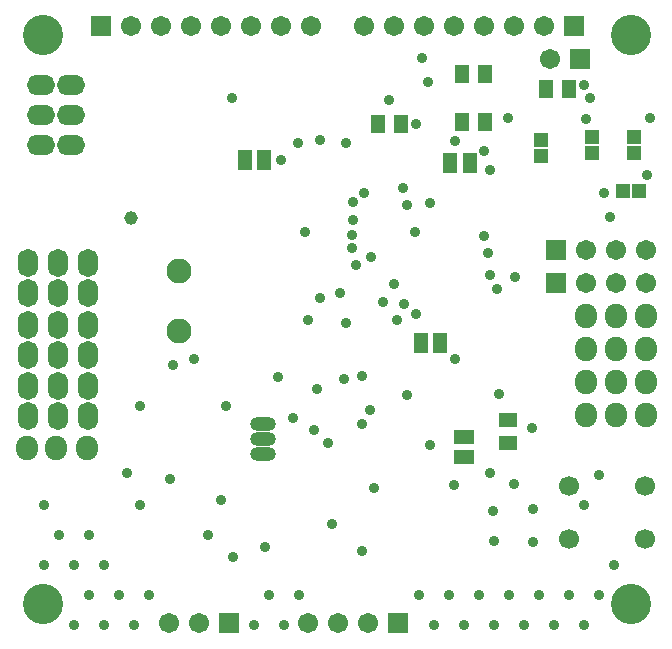
<source format=gbs>
G04 Layer_Color=16711935*
%FSTAX24Y24*%
%MOIN*%
G70*
G01*
G75*
%ADD67R,0.0474X0.0513*%
%ADD73R,0.0454X0.0631*%
%ADD75R,0.0513X0.0698*%
%ADD76R,0.0698X0.0513*%
%ADD79R,0.0631X0.0454*%
%ADD88R,0.0671X0.0671*%
%ADD89C,0.0671*%
%ADD90O,0.0680X0.0940*%
%ADD91O,0.0730X0.0830*%
%ADD92C,0.0667*%
%ADD93C,0.0830*%
%ADD94C,0.1340*%
%ADD95O,0.0940X0.0680*%
%ADD96O,0.0867X0.0474*%
%ADD97O,0.0867X0.0474*%
%ADD98C,0.0360*%
%ADD99C,0.0460*%
%ADD100R,0.0513X0.0474*%
D67*
X0486Y035738D02*
D03*
Y03625D02*
D03*
X0503Y035838D02*
D03*
Y03635D02*
D03*
X0517Y035838D02*
D03*
Y03635D02*
D03*
D73*
X043924Y0368D02*
D03*
X043176D02*
D03*
X046724Y03685D02*
D03*
X045976D02*
D03*
Y03845D02*
D03*
X046724D02*
D03*
X049524Y03795D02*
D03*
X048776D02*
D03*
D75*
X04525Y0295D02*
D03*
X044612D02*
D03*
X046219Y0355D02*
D03*
X045581D02*
D03*
X039369Y0356D02*
D03*
X038731D02*
D03*
D76*
X04605Y025712D02*
D03*
Y02635D02*
D03*
D79*
X0475Y026176D02*
D03*
Y026924D02*
D03*
D88*
X0382Y02015D02*
D03*
X0499Y03895D02*
D03*
X0497Y04005D02*
D03*
X0491Y0326D02*
D03*
Y0315D02*
D03*
X04385Y02015D02*
D03*
X03395Y04005D02*
D03*
D89*
X0372Y02015D02*
D03*
X0362D02*
D03*
X0489Y03895D02*
D03*
X0427Y04005D02*
D03*
X0437D02*
D03*
X0447D02*
D03*
X0457D02*
D03*
X0467D02*
D03*
X0477D02*
D03*
X0487D02*
D03*
X0501Y0326D02*
D03*
X0511D02*
D03*
X0521D02*
D03*
X0501Y0315D02*
D03*
X0511D02*
D03*
X0521D02*
D03*
X04285Y02015D02*
D03*
X04185D02*
D03*
X04085D02*
D03*
X03495Y04005D02*
D03*
X03595D02*
D03*
X03695D02*
D03*
X03795D02*
D03*
X03895D02*
D03*
X03995D02*
D03*
X04095D02*
D03*
D90*
X033488Y02805D02*
D03*
X032488D02*
D03*
X031498D02*
D03*
X033488Y02705D02*
D03*
X031488D02*
D03*
X032488D02*
D03*
X033488Y0301D02*
D03*
X032488D02*
D03*
X031498D02*
D03*
X033488Y0291D02*
D03*
X031488D02*
D03*
X032488D02*
D03*
X033488Y032153D02*
D03*
X032488Y03215D02*
D03*
X031498D02*
D03*
X033488Y03115D02*
D03*
X031488D02*
D03*
X032488D02*
D03*
D91*
X033458Y026D02*
D03*
X032448D02*
D03*
X031468D02*
D03*
X0501Y0293D02*
D03*
X05111D02*
D03*
X05209D02*
D03*
X0501Y0304D02*
D03*
X05111D02*
D03*
X05209D02*
D03*
X0501Y0282D02*
D03*
X05111D02*
D03*
X05209D02*
D03*
X0501Y0271D02*
D03*
X05111D02*
D03*
X05209D02*
D03*
D92*
X05208Y024736D02*
D03*
Y022964D02*
D03*
X04952Y024736D02*
D03*
Y022964D02*
D03*
D93*
X03655Y0299D02*
D03*
Y0319D02*
D03*
D94*
X0516Y03975D02*
D03*
Y0208D02*
D03*
X032D02*
D03*
Y03975D02*
D03*
D95*
X03295Y0361D02*
D03*
Y0371D02*
D03*
Y03809D02*
D03*
X03195Y0361D02*
D03*
Y0381D02*
D03*
Y0371D02*
D03*
D96*
X03935Y0268D02*
D03*
D97*
Y0263D02*
D03*
Y0258D02*
D03*
D98*
X04575Y028969D02*
D03*
X0429Y02725D02*
D03*
X04105Y0266D02*
D03*
X04265Y0268D02*
D03*
X0457Y02475D02*
D03*
X044124Y02775D02*
D03*
X0415Y02615D02*
D03*
X0375Y0231D02*
D03*
X04115Y02795D02*
D03*
X04125Y031D02*
D03*
X03835Y02235D02*
D03*
X0421Y03015D02*
D03*
X04085Y03025D02*
D03*
X0419Y03115D02*
D03*
X04445Y0368D02*
D03*
X04075Y0332D02*
D03*
X0475Y037D02*
D03*
X05215Y0351D02*
D03*
X04355Y0376D02*
D03*
X0449Y03415D02*
D03*
X04465Y039D02*
D03*
X04485Y0382D02*
D03*
X04575Y036225D02*
D03*
X0501Y03695D02*
D03*
X05025Y03765D02*
D03*
X0444Y0332D02*
D03*
X04405Y0308D02*
D03*
X04235Y0342D02*
D03*
X0423Y03265D02*
D03*
X04295Y03235D02*
D03*
X04245Y0321D02*
D03*
X0437Y03145D02*
D03*
X04335Y03085D02*
D03*
X0438Y03025D02*
D03*
X0427Y0345D02*
D03*
X04125Y03625D02*
D03*
X04415Y0341D02*
D03*
X03985Y02835D02*
D03*
X0381Y0274D02*
D03*
X04445Y03045D02*
D03*
X04775Y0317D02*
D03*
X04685Y0325D02*
D03*
X0469Y03175D02*
D03*
X04715Y0313D02*
D03*
X0507Y0345D02*
D03*
X05225Y037D02*
D03*
X0421Y03615D02*
D03*
X0509Y0337D02*
D03*
X04035Y027D02*
D03*
X0472Y0278D02*
D03*
X0467Y0359D02*
D03*
X0383Y03765D02*
D03*
X0469Y02515D02*
D03*
X0483Y02665D02*
D03*
X03795Y02425D02*
D03*
X0405Y03615D02*
D03*
X03635Y02875D02*
D03*
X04235Y0336D02*
D03*
X0423Y0331D02*
D03*
X03705Y02895D02*
D03*
X0467Y03305D02*
D03*
X044Y03465D02*
D03*
X0469Y03525D02*
D03*
X03995Y0356D02*
D03*
X04305Y02465D02*
D03*
X0449Y0261D02*
D03*
X04265Y0284D02*
D03*
X04205Y0283D02*
D03*
X03205Y0221D02*
D03*
X03255Y0231D02*
D03*
X03205Y0241D02*
D03*
X03305Y0201D02*
D03*
X03355Y0211D02*
D03*
X03305Y0221D02*
D03*
X03355Y0231D02*
D03*
X03405Y0201D02*
D03*
X03455Y0211D02*
D03*
X03405Y0221D02*
D03*
X03505Y0201D02*
D03*
X03555Y0211D02*
D03*
X03905Y0201D02*
D03*
X03955Y0211D02*
D03*
X04005Y0201D02*
D03*
X04055Y0211D02*
D03*
X04455D02*
D03*
X04505Y0201D02*
D03*
X04555Y0211D02*
D03*
X04605Y0201D02*
D03*
X04655Y0211D02*
D03*
X04705Y0201D02*
D03*
X04755Y0211D02*
D03*
X04805Y0201D02*
D03*
X04855Y0211D02*
D03*
X04905Y0201D02*
D03*
X04955Y0211D02*
D03*
X05005Y0201D02*
D03*
X05055Y0211D02*
D03*
X05005Y0241D02*
D03*
X05055Y0251D02*
D03*
X05005Y0381D02*
D03*
X05105Y0221D02*
D03*
X047Y0239D02*
D03*
X04705Y0229D02*
D03*
X04835Y02395D02*
D03*
Y02285D02*
D03*
X0477Y0248D02*
D03*
X0348Y02515D02*
D03*
X03525Y0241D02*
D03*
X03625Y02495D02*
D03*
X0394Y0227D02*
D03*
X04165Y02345D02*
D03*
X04265Y02255D02*
D03*
X03525Y0274D02*
D03*
D99*
X03495Y03365D02*
D03*
D100*
X051344Y03455D02*
D03*
X051856D02*
D03*
M02*

</source>
